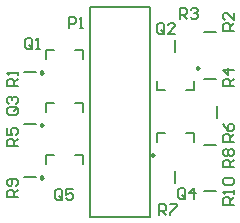
<source format=gto>
G04*
G04 #@! TF.GenerationSoftware,Altium Limited,Altium Designer,18.1.9 (240)*
G04*
G04 Layer_Color=65535*
%FSLAX25Y25*%
%MOIN*%
G70*
G01*
G75*
%ADD10C,0.00984*%
%ADD11C,0.00787*%
%ADD12C,0.00800*%
D10*
X182492Y246500D02*
X181754Y246926D01*
Y246074D01*
X182492Y246500D01*
X219492Y254000D02*
X218754Y254426D01*
Y253574D01*
X219492Y254000D01*
X182492Y264000D02*
X181754Y264426D01*
Y263574D01*
X182492Y264000D01*
X234492Y283000D02*
X233754Y283426D01*
Y282574D01*
X234492Y283000D01*
X182492Y281500D02*
X181754Y281926D01*
Y281074D01*
X182492Y281500D01*
D11*
X193043Y253953D02*
X195602D01*
Y250949D02*
Y253953D01*
X183398D02*
X185957D01*
X183398Y250949D02*
Y253953D01*
X230043Y261453D02*
X232602D01*
Y258449D02*
Y261453D01*
X220398D02*
X222957D01*
X220398Y258449D02*
Y261453D01*
X193043Y271453D02*
X195602D01*
Y268449D02*
Y271453D01*
X183398D02*
X185957D01*
X183398Y268449D02*
Y271453D01*
X220398Y275547D02*
X222957D01*
X220398D02*
Y278551D01*
X230043Y275547D02*
X232602D01*
Y278551D01*
X193043Y288953D02*
X195602D01*
Y285949D02*
Y288953D01*
X183398D02*
X185957D01*
X183398Y285949D02*
Y288953D01*
X198000Y233500D02*
Y303500D01*
X218000Y233500D02*
Y303500D01*
X198000D02*
X218000D01*
X198000Y233500D02*
X218000D01*
D12*
X226500Y288331D02*
Y292331D01*
X240500Y266500D02*
Y270500D01*
X236000Y279429D02*
X240000D01*
X236000Y294929D02*
X240000D01*
X236000Y257500D02*
X240000D01*
X226500Y244669D02*
Y248669D01*
X236000Y241929D02*
X240000D01*
X176000Y281669D02*
X180000D01*
X176000Y264169D02*
X180000D01*
X176000Y246669D02*
X180000D01*
X191000Y296500D02*
Y300099D01*
X192799D01*
X193399Y299499D01*
Y298299D01*
X192799Y297700D01*
X191000D01*
X194599Y296500D02*
X195799D01*
X195199D01*
Y300099D01*
X194599Y299499D01*
X246000Y237500D02*
X242401D01*
Y239299D01*
X243001Y239899D01*
X244201D01*
X244800Y239299D01*
Y237500D01*
Y238700D02*
X246000Y239899D01*
Y241099D02*
Y242299D01*
Y241699D01*
X242401D01*
X243001Y241099D01*
Y244098D02*
X242401Y244698D01*
Y245897D01*
X243001Y246497D01*
X245400D01*
X246000Y245897D01*
Y244698D01*
X245400Y244098D01*
X243001D01*
X174000Y240000D02*
X170401D01*
Y241799D01*
X171001Y242399D01*
X172201D01*
X172800Y241799D01*
Y240000D01*
Y241200D02*
X174000Y242399D01*
X173400Y243599D02*
X174000Y244199D01*
Y245398D01*
X173400Y245998D01*
X171001D01*
X170401Y245398D01*
Y244199D01*
X171001Y243599D01*
X171601D01*
X172201Y244199D01*
Y245998D01*
X246000Y250000D02*
X242401D01*
Y251799D01*
X243001Y252399D01*
X244201D01*
X244800Y251799D01*
Y250000D01*
Y251200D02*
X246000Y252399D01*
X243001Y253599D02*
X242401Y254199D01*
Y255398D01*
X243001Y255998D01*
X243601D01*
X244201Y255398D01*
X244800Y255998D01*
X245400D01*
X246000Y255398D01*
Y254199D01*
X245400Y253599D01*
X244800D01*
X244201Y254199D01*
X243601Y253599D01*
X243001D01*
X244201Y254199D02*
Y255398D01*
X221000Y234000D02*
Y237599D01*
X222799D01*
X223399Y236999D01*
Y235799D01*
X222799Y235200D01*
X221000D01*
X222200D02*
X223399Y234000D01*
X224599Y237599D02*
X226998D01*
Y236999D01*
X224599Y234600D01*
Y234000D01*
X246000Y258500D02*
X242401D01*
Y260299D01*
X243001Y260899D01*
X244201D01*
X244800Y260299D01*
Y258500D01*
Y259700D02*
X246000Y260899D01*
X242401Y264498D02*
X243001Y263299D01*
X244201Y262099D01*
X245400D01*
X246000Y262699D01*
Y263898D01*
X245400Y264498D01*
X244800D01*
X244201Y263898D01*
Y262099D01*
X174000Y257000D02*
X170401D01*
Y258799D01*
X171001Y259399D01*
X172201D01*
X172800Y258799D01*
Y257000D01*
Y258200D02*
X174000Y259399D01*
X170401Y262998D02*
Y260599D01*
X172201D01*
X171601Y261799D01*
Y262398D01*
X172201Y262998D01*
X173400D01*
X174000Y262398D01*
Y261199D01*
X173400Y260599D01*
X246000Y277000D02*
X242401D01*
Y278799D01*
X243001Y279399D01*
X244201D01*
X244800Y278799D01*
Y277000D01*
Y278200D02*
X246000Y279399D01*
Y282398D02*
X242401D01*
X244201Y280599D01*
Y282998D01*
X228000Y299500D02*
Y303099D01*
X229799D01*
X230399Y302499D01*
Y301299D01*
X229799Y300700D01*
X228000D01*
X229200D02*
X230399Y299500D01*
X231599Y302499D02*
X232199Y303099D01*
X233398D01*
X233998Y302499D01*
Y301899D01*
X233398Y301299D01*
X232799D01*
X233398D01*
X233998Y300700D01*
Y300100D01*
X233398Y299500D01*
X232199D01*
X231599Y300100D01*
X246000Y295500D02*
X242401D01*
Y297299D01*
X243001Y297899D01*
X244201D01*
X244800Y297299D01*
Y295500D01*
Y296700D02*
X246000Y297899D01*
Y301498D02*
Y299099D01*
X243601Y301498D01*
X243001D01*
X242401Y300898D01*
Y299699D01*
X243001Y299099D01*
X174000Y277000D02*
X170401D01*
Y278799D01*
X171001Y279399D01*
X172201D01*
X172800Y278799D01*
Y277000D01*
Y278200D02*
X174000Y279399D01*
Y280599D02*
Y281799D01*
Y281199D01*
X170401D01*
X171001Y280599D01*
X188899Y239600D02*
Y241999D01*
X188299Y242599D01*
X187100D01*
X186500Y241999D01*
Y239600D01*
X187100Y239000D01*
X188299D01*
X187700Y240200D02*
X188899Y239000D01*
X188299D02*
X188899Y239600D01*
X192498Y242599D02*
X190099D01*
Y240799D01*
X191298Y241399D01*
X191898D01*
X192498Y240799D01*
Y239600D01*
X191898Y239000D01*
X190699D01*
X190099Y239600D01*
X229899Y240100D02*
Y242499D01*
X229299Y243099D01*
X228100D01*
X227500Y242499D01*
Y240100D01*
X228100Y239500D01*
X229299D01*
X228700Y240700D02*
X229899Y239500D01*
X229299D02*
X229899Y240100D01*
X232898Y239500D02*
Y243099D01*
X231099Y241299D01*
X233498D01*
X173400Y269899D02*
X171001D01*
X170401Y269299D01*
Y268100D01*
X171001Y267500D01*
X173400D01*
X174000Y268100D01*
Y269299D01*
X172800Y268700D02*
X174000Y269899D01*
Y269299D02*
X173400Y269899D01*
X171001Y271099D02*
X170401Y271699D01*
Y272898D01*
X171001Y273498D01*
X171601D01*
X172201Y272898D01*
Y272299D01*
Y272898D01*
X172800Y273498D01*
X173400D01*
X174000Y272898D01*
Y271699D01*
X173400Y271099D01*
X222899Y295100D02*
Y297499D01*
X222299Y298099D01*
X221100D01*
X220500Y297499D01*
Y295100D01*
X221100Y294500D01*
X222299D01*
X221700Y295700D02*
X222899Y294500D01*
X222299D02*
X222899Y295100D01*
X226498Y294500D02*
X224099D01*
X226498Y296899D01*
Y297499D01*
X225898Y298099D01*
X224699D01*
X224099Y297499D01*
X178899Y290100D02*
Y292499D01*
X178299Y293099D01*
X177100D01*
X176500Y292499D01*
Y290100D01*
X177100Y289500D01*
X178299D01*
X177700Y290700D02*
X178899Y289500D01*
X178299D02*
X178899Y290100D01*
X180099Y289500D02*
X181298D01*
X180699D01*
Y293099D01*
X180099Y292499D01*
M02*

</source>
